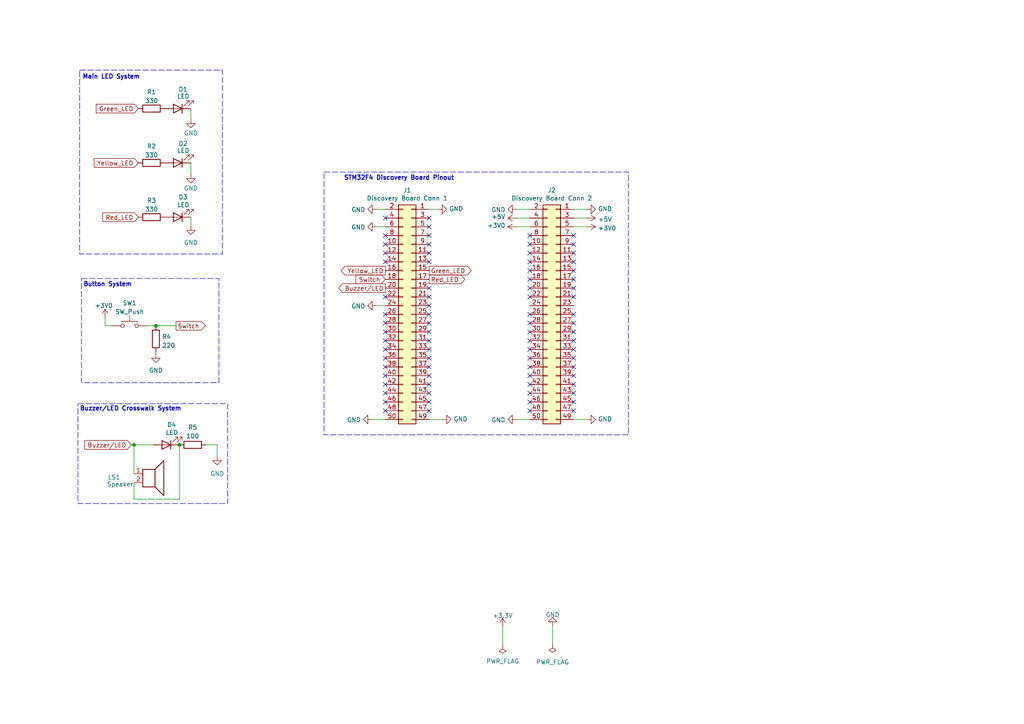
<source format=kicad_sch>
(kicad_sch (version 20230121) (generator eeschema)
  (paper "A4")
  (title_block (title "STM32F4 Pedestrian Interrupt Traffic Light Shield") (date "2023-06-02") (rev "1.0"))
  (lib_symbols
    (symbol "Connector_Generic:Conn_02x25_Odd_Even" (pin_names (offset 1.016) hide)
      (property "Reference" "J" (at 1.27 33.02 0))
      (property "Value" "Conn_02x25_Odd_Even" (at 1.27 -33.02 0))
      (symbol "Conn_02x25_Odd_Even_1_1"
        (rectangle (start -1.27 -30.353) (end 0 -30.607) (stroke (width 0.1524)))
        (rectangle (start -1.27 -27.813) (end 0 -28.067) (stroke (width 0.1524)))
        (rectangle (start -1.27 -25.273) (end 0 -25.527) (stroke (width 0.1524)))
        (rectangle (start -1.27 -22.733) (end 0 -22.987) (stroke (width 0.1524)))
        (rectangle (start -1.27 -20.193) (end 0 -20.447) (stroke (width 0.1524)))
        (rectangle (start -1.27 -17.653) (end 0 -17.907) (stroke (width 0.1524)))
        (rectangle (start -1.27 -15.113) (end 0 -15.367) (stroke (width 0.1524)))
        (rectangle (start -1.27 -12.573) (end 0 -12.827) (stroke (width 0.1524)))
        (rectangle (start -1.27 -10.033) (end 0 -10.287) (stroke (width 0.1524)))
        (rectangle (start -1.27 -7.493) (end 0 -7.747) (stroke (width 0.1524)))
        (rectangle (start -1.27 -4.953) (end 0 -5.207) (stroke (width 0.1524)))
        (rectangle (start -1.27 -2.413) (end 0 -2.667) (stroke (width 0.1524)))
        (rectangle (start -1.27 0.127) (end 0 -0.127) (stroke (width 0.1524)))
        (rectangle (start -1.27 2.667) (end 0 2.413) (stroke (width 0.1524)))
        (rectangle (start -1.27 5.207) (end 0 4.953) (stroke (width 0.1524)))
        (rectangle (start -1.27 7.747) (end 0 7.493) (stroke (width 0.1524)))
        (rectangle (start -1.27 10.287) (end 0 10.033) (stroke (width 0.1524)))
        (rectangle (start -1.27 12.827) (end 0 12.573) (stroke (width 0.1524)))
        (rectangle (start -1.27 15.367) (end 0 15.113) (stroke (width 0.1524)))
        (rectangle (start -1.27 17.907) (end 0 17.653) (stroke (width 0.1524)))
        (rectangle (start -1.27 20.447) (end 0 20.193) (stroke (width 0.1524)))
        (rectangle (start -1.27 22.987) (end 0 22.733) (stroke (width 0.1524)))
        (rectangle (start -1.27 25.527) (end 0 25.273) (stroke (width 0.1524)))
        (rectangle (start -1.27 28.067) (end 0 27.813) (stroke (width 0.1524)))
        (rectangle (start -1.27 30.607) (end 0 30.353) (stroke (width 0.1524)))
        (rectangle (start -1.27 31.75) (end 3.81 -31.75) (stroke (width 0.254)) (fill (type background)))
        (rectangle (start 3.81 -30.353) (end 2.54 -30.607) (stroke (width 0.1524)))
        (rectangle (start 3.81 -27.813) (end 2.54 -28.067) (stroke (width 0.1524)))
        (rectangle (start 3.81 -25.273) (end 2.54 -25.527) (stroke (width 0.1524)))
        (rectangle (start 3.81 -22.733) (end 2.54 -22.987) (stroke (width 0.1524)))
        (rectangle (start 3.81 -20.193) (end 2.54 -20.447) (stroke (width 0.1524)))
        (rectangle (start 3.81 -17.653) (end 2.54 -17.907) (stroke (width 0.1524)))
        (rectangle (start 3.81 -15.113) (end 2.54 -15.367) (stroke (width 0.1524)))
        (rectangle (start 3.81 -12.573) (end 2.54 -12.827) (stroke (width 0.1524)))
        (rectangle (start 3.81 -10.033) (end 2.54 -10.287) (stroke (width 0.1524)))
        (rectangle (start 3.81 -7.493) (end 2.54 -7.747) (stroke (width 0.1524)))
        (rectangle (start 3.81 -4.953) (end 2.54 -5.207) (stroke (width 0.1524)))
        (rectangle (start 3.81 -2.413) (end 2.54 -2.667) (stroke (width 0.1524)))
        (rectangle (start 3.81 0.127) (end 2.54 -0.127) (stroke (width 0.1524)))
        (rectangle (start 3.81 2.667) (end 2.54 2.413) (stroke (width 0.1524)))
        (rectangle (start 3.81 5.207) (end 2.54 4.953) (stroke (width 0.1524)))
        (rectangle (start 3.81 7.747) (end 2.54 7.493) (stroke (width 0.1524)))
        (rectangle (start 3.81 10.287) (end 2.54 10.033) (stroke (width 0.1524)))
        (rectangle (start 3.81 12.827) (end 2.54 12.573) (stroke (width 0.1524)))
        (rectangle (start 3.81 15.367) (end 2.54 15.113) (stroke (width 0.1524)))
        (rectangle (start 3.81 17.907) (end 2.54 17.653) (stroke (width 0.1524)))
        (rectangle (start 3.81 20.447) (end 2.54 20.193) (stroke (width 0.1524)))
        (rectangle (start 3.81 22.987) (end 2.54 22.733) (stroke (width 0.1524)))
        (rectangle (start 3.81 25.527) (end 2.54 25.273) (stroke (width 0.1524)))
        (rectangle (start 3.81 28.067) (end 2.54 27.813) (stroke (width 0.1524)))
        (rectangle (start 3.81 30.607) (end 2.54 30.353) (stroke (width 0.1524)))
        (pin passive line (at -5.08 30.48 0) (length 3.81) (name "Pin_1") (number "1"))
        (pin passive line (at 7.62 20.32 180) (length 3.81) (name "Pin_10") (number "10"))
        (pin passive line (at -5.08 17.78 0) (length 3.81) (name "Pin_11") (number "11"))
        (pin passive line (at 7.62 17.78 180) (length 3.81) (name "Pin_12") (number "12"))
        (pin passive line (at -5.08 15.24 0) (length 3.81) (name "Pin_13") (number "13"))
        (pin passive line (at 7.62 15.24 180) (length 3.81) (name "Pin_14") (number "14"))
        (pin passive line (at -5.08 12.7 0) (length 3.81) (name "Pin_15") (number "15"))
        (pin passive line (at 7.62 12.7 180) (length 3.81) (name "Pin_16") (number "16"))
        (pin passive line (at -5.08 10.16 0) (length 3.81) (name "Pin_17") (number "17"))
        (pin passive line (at 7.62 10.16 180) (length 3.81) (name "Pin_18") (number "18"))
        (pin passive line (at -5.08 7.62 0) (length 3.81) (name "Pin_19") (number "19"))
        (pin passive line (at 7.62 30.48 180) (length 3.81) (name "Pin_2") (number "2"))
        (pin passive line (at 7.62 7.62 180) (length 3.81) (name "Pin_20") (number "20"))
        (pin passive line (at -5.08 5.08 0) (length 3.81) (name "Pin_21") (number "21"))
        (pin passive line (at 7.62 5.08 180) (length 3.81) (name "Pin_22") (number "22"))
        (pin passive line (at -5.08 2.54 0) (length 3.81) (name "Pin_23") (number "23"))
        (pin passive line (at 7.62 2.54 180) (length 3.81) (name "Pin_24") (number "24"))
        (pin passive line (at -5.08 0 0) (length 3.81) (name "Pin_25") (number "25"))
        (pin passive line (at 7.62 0 180) (length 3.81) (name "Pin_26") (number "26"))
        (pin passive line (at -5.08 -2.54 0) (length 3.81) (name "Pin_27") (number "27"))
        (pin passive line (at 7.62 -2.54 180) (length 3.81) (name "Pin_28") (number "28"))
        (pin passive line (at -5.08 -5.08 0) (length 3.81) (name "Pin_29") (number "29"))
        (pin passive line (at -5.08 27.94 0) (length 3.81) (name "Pin_3") (number "3"))
        (pin passive line (at 7.62 -5.08 180) (length 3.81) (name "Pin_30") (number "30"))
        (pin passive line (at -5.08 -7.62 0) (length 3.81) (name "Pin_31") (number "31"))
        (pin passive line (at 7.62 -7.62 180) (length 3.81) (name "Pin_32") (number "32"))
        (pin passive line (at -5.08 -10.16 0) (length 3.81) (name "Pin_33") (number "33"))
        (pin passive line (at 7.62 -10.16 180) (length 3.81) (name "Pin_34") (number "34"))
        (pin passive line (at -5.08 -12.7 0) (length 3.81) (name "Pin_35") (number "35"))
        (pin passive line (at 7.62 -12.7 180) (length 3.81) (name "Pin_36") (number "36"))
        (pin passive line (at -5.08 -15.24 0) (length 3.81) (name "Pin_37") (number "37"))
        (pin passive line (at 7.62 -15.24 180) (length 3.81) (name "Pin_38") (number "38"))
        (pin passive line (at -5.08 -17.78 0) (length 3.81) (name "Pin_39") (number "39"))
        (pin passive line (at 7.62 27.94 180) (length 3.81) (name "Pin_4") (number "4"))
        (pin passive line (at 7.62 -17.78 180) (length 3.81) (name "Pin_40") (number "40"))
        (pin passive line (at -5.08 -20.32 0) (length 3.81) (name "Pin_41") (number "41"))
        (pin passive line (at 7.62 -20.32 180) (length 3.81) (name "Pin_42") (number "42"))
        (pin passive line (at -5.08 -22.86 0) (length 3.81) (name "Pin_43") (number "43"))
        (pin passive line (at 7.62 -22.86 180) (length 3.81) (name "Pin_44") (number "44"))
        (pin passive line (at -5.08 -25.4 0) (length 3.81) (name "Pin_45") (number "45"))
        (pin passive line (at 7.62 -25.4 180) (length 3.81) (name "Pin_46") (number "46"))
        (pin passive line (at -5.08 -27.94 0) (length 3.81) (name "Pin_47") (number "47"))
        (pin passive line (at 7.62 -27.94 180) (length 3.81) (name "Pin_48") (number "48"))
        (pin passive line (at -5.08 -30.48 0) (length 3.81) (name "Pin_49") (number "49"))
        (pin passive line (at -5.08 25.4 0) (length 3.81) (name "Pin_5") (number "5"))
        (pin passive line (at 7.62 -30.48 180) (length 3.81) (name "Pin_50") (number "50"))
        (pin passive line (at 7.62 25.4 180) (length 3.81) (name "Pin_6") (number "6"))
        (pin passive line (at -5.08 22.86 0) (length 3.81) (name "Pin_7") (number "7"))
        (pin passive line (at 7.62 22.86 180) (length 3.81) (name "Pin_8") (number "8"))
        (pin passive line (at -5.08 20.32 0) (length 3.81) (name "Pin_9") (number "9"))
      )
    )
    (symbol "Device:LED" (pin_numbers hide) (pin_names (offset 1.016) hide)
      (property "Reference" "D" (at 0 2.54 0))
      (property "Value" "LED" (at 0 -2.54 0))
      (symbol "LED_0_1"
        (polyline (pts (xy -1.27 -1.27) (xy -1.27 1.27)) (stroke (width 0.254)))
        (polyline (pts (xy -1.27 0) (xy 1.27 0)))
        (polyline (pts (xy 1.27 -1.27) (xy 1.27 1.27) (xy -1.27 0) (xy 1.27 -1.27)) (stroke (width 0.254)))
        (polyline (pts (xy -3.048 -0.762) (xy -4.572 -2.286) (xy -3.81 -2.286) (xy -4.572 -2.286) (xy -4.572 -1.524)))
        (polyline (pts (xy -1.778 -0.762) (xy -3.302 -2.286) (xy -2.54 -2.286) (xy -3.302 -2.286) (xy -3.302 -1.524)))
      )
      (symbol "LED_1_1"
        (pin passive line (at -3.81 0 0) (length 2.54) (name "K") (number "1"))
        (pin passive line (at 3.81 0 180) (length 2.54) (name "A") (number "2"))
      )
    )
    (symbol "Device:R" (pin_numbers hide) (pin_names (offset 0))
      (property "Reference" "R" (at 2.032 0 90))
      (property "Value" "R" (at 0 0 90))
      (symbol "R_0_1"
        (rectangle (start -1.016 -2.54) (end 1.016 2.54) (stroke (width 0.254)))
      )
      (symbol "R_1_1"
        (pin passive line (at 0 3.81 270) (length 1.27) (name "~") (number "1"))
        (pin passive line (at 0 -3.81 90) (length 1.27) (name "~") (number "2"))
      )
    )
    (symbol "Device:Speaker" (pin_names (offset 0) hide)
      (property "Reference" "LS" (at 1.27 5.715 0))
      (property "Value" "Speaker" (at 1.27 3.81 0))
      (symbol "Speaker_0_0"
        (rectangle (start -2.54 1.27) (end 1.016 -3.81) (stroke (width 0.254)))
        (polyline (pts (xy 1.016 1.27) (xy 3.556 3.81) (xy 3.556 -6.35) (xy 1.016 -3.81)) (stroke (width 0.254)))
      )
      (symbol "Speaker_1_1"
        (pin input line (at -5.08 0 0) (length 2.54) (name "1") (number "1"))
        (pin input line (at -5.08 -2.54 0) (length 2.54) (name "2") (number "2"))
      )
    )
    (symbol "Switch:SW_Push" (pin_numbers hide) (pin_names (offset 1.016) hide)
      (property "Reference" "SW" (at 1.27 2.54 0))
      (property "Value" "SW_Push" (at 0 -1.524 0))
      (symbol "SW_Push_0_1"
        (circle (center -2.032 0) (radius 0.508))
        (polyline (pts (xy 0 1.27) (xy 0 3.048)))
        (polyline (pts (xy 2.54 1.27) (xy -2.54 1.27)))
        (circle (center 2.032 0) (radius 0.508))
        (pin passive line (at -5.08 0 0) (length 2.54) (name "1") (number "1"))
        (pin passive line (at 5.08 0 180) (length 2.54) (name "2") (number "2"))
      )
    )
    (symbol "power:+3.3V" (power) (pin_names (offset 0))
      (property "Value" "+3.3V" (at 0 3.556 0))
      (symbol "+3.3V_0_1"
        (polyline (pts (xy -0.762 1.27) (xy 0 2.54)))
        (polyline (pts (xy 0 0) (xy 0 2.54)))
        (polyline (pts (xy 0 2.54) (xy 0.762 1.27)))
      )
      (symbol "+3.3V_1_1"
        (pin power_in line (at 0 0 90) (length 0) hide (name "+3.3V") (number "1"))
      )
    )
    (symbol "power:+3V0" (power) (pin_names (offset 0))
      (property "Value" "+3V0" (at 0 3.556 0))
      (symbol "+3V0_0_1"
        (polyline (pts (xy -0.762 1.27) (xy 0 2.54)))
        (polyline (pts (xy 0 0) (xy 0 2.54)))
        (polyline (pts (xy 0 2.54) (xy 0.762 1.27)))
      )
      (symbol "+3V0_1_1"
        (pin power_in line (at 0 0 90) (length 0) hide (name "+3V0") (number "1"))
      )
    )
    (symbol "power:+5V" (power) (pin_names (offset 0))
      (property "Value" "+5V" (at 0 3.556 0))
      (symbol "+5V_0_1"
        (polyline (pts (xy -0.762 1.27) (xy 0 2.54)))
        (polyline (pts (xy 0 0) (xy 0 2.54)))
        (polyline (pts (xy 0 2.54) (xy 0.762 1.27)))
      )
      (symbol "+5V_1_1"
        (pin power_in line (at 0 0 90) (length 0) hide (name "+5V") (number "1"))
      )
    )
    (symbol "power:GND" (power) (pin_names (offset 0))
      (property "Value" "GND" (at 0 -3.81 0))
      (symbol "GND_0_1"
        (polyline (pts (xy 0 0) (xy 0 -1.27) (xy 1.27 -1.27) (xy 0 -2.54) (xy -1.27 -1.27) (xy 0 -1.27)))
      )
      (symbol "GND_1_1"
        (pin power_in line (at 0 0 270) (length 0) hide (name "GND") (number "1"))
      )
    )
    (symbol "power:PWR_FLAG" (power) (pin_numbers hide) (pin_names (offset 0) hide)
      (property "Value" "PWR_FLAG" (at 0 3.81 0))
      (symbol "PWR_FLAG_0_0"
        (pin power_out line (at 0 0 90) (length 0) (name "pwr") (number "1"))
      )
      (symbol "PWR_FLAG_0_1"
        (polyline (pts (xy 0 0) (xy 0 1.27) (xy -1.016 1.905) (xy 0 2.54) (xy 1.016 1.905) (xy 0 1.27)))
      )
    )
  )
  (junction (at 45.212 94.488))
  (junction (at 52.07 129.032))
  (junction (at 38.862 129.032))
  (no_connect (at 111.76 73.406))
  (no_connect (at 111.76 86.106))
  (no_connect (at 111.76 108.966))
  (no_connect (at 166.37 106.426))
  (no_connect (at 111.76 96.266))
  (no_connect (at 111.76 111.506))
  (no_connect (at 124.46 63.246))
  (no_connect (at 153.67 68.326))
  (no_connect (at 111.76 106.426))
  (no_connect (at 111.76 70.866))
  (no_connect (at 153.67 111.506))
  (no_connect (at 111.76 63.246))
  (no_connect (at 166.37 70.866))
  (no_connect (at 124.46 101.346))
  (no_connect (at 166.37 114.046))
  (no_connect (at 166.37 73.406))
  (no_connect (at 153.67 81.026))
  (no_connect (at 153.67 86.106))
  (no_connect (at 166.37 83.566))
  (no_connect (at 166.37 103.886))
  (no_connect (at 124.46 111.506))
  (no_connect (at 111.76 91.186))
  (no_connect (at 166.37 111.506))
  (no_connect (at 124.46 86.106))
  (no_connect (at 111.76 119.126))
  (no_connect (at 124.46 114.046))
  (no_connect (at 166.37 101.346))
  (no_connect (at 153.67 106.426))
  (no_connect (at 166.37 91.186))
  (no_connect (at 124.46 106.426))
  (no_connect (at 166.37 75.946))
  (no_connect (at 124.46 116.586))
  (no_connect (at 111.76 98.806))
  (no_connect (at 124.46 98.806))
  (no_connect (at 153.67 83.566))
  (no_connect (at 111.76 114.046))
  (no_connect (at 153.67 101.346))
  (no_connect (at 111.76 101.346))
  (no_connect (at 124.46 83.566))
  (no_connect (at 153.67 73.406))
  (no_connect (at 111.76 93.726))
  (no_connect (at 124.46 75.946))
  (no_connect (at 153.67 96.266))
  (no_connect (at 124.46 65.786))
  (no_connect (at 153.67 78.486))
  (no_connect (at 166.37 96.266))
  (no_connect (at 153.67 116.586))
  (no_connect (at 153.67 70.866))
  (no_connect (at 124.46 119.126))
  (no_connect (at 124.46 70.866))
  (no_connect (at 153.67 91.186))
  (no_connect (at 153.67 103.886))
  (no_connect (at 166.37 119.126))
  (no_connect (at 124.46 88.646))
  (no_connect (at 166.37 108.966))
  (no_connect (at 111.76 68.326))
  (no_connect (at 153.67 114.046))
  (no_connect (at 153.67 93.726))
  (no_connect (at 166.37 78.486))
  (no_connect (at 166.37 81.026))
  (no_connect (at 166.37 98.806))
  (no_connect (at 124.46 103.886))
  (no_connect (at 166.37 116.586))
  (no_connect (at 153.67 119.126))
  (no_connect (at 166.37 68.326))
  (no_connect (at 153.67 75.946))
  (no_connect (at 153.67 108.966))
  (no_connect (at 153.67 98.806))
  (no_connect (at 166.37 86.106))
  (no_connect (at 111.76 116.586))
  (no_connect (at 124.46 108.966))
  (no_connect (at 111.76 103.886))
  (no_connect (at 124.46 91.186))
  (no_connect (at 124.46 96.266))
  (no_connect (at 111.76 75.946))
  (no_connect (at 124.46 68.326))
  (no_connect (at 166.37 93.726))
  (no_connect (at 124.46 73.406))
  (no_connect (at 124.46 93.726))
  (wire (pts (xy 45.212 102.616) (xy 45.212 102.108)))
  (wire (pts (xy 160.274 181.61) (xy 160.274 186.69)))
  (wire (pts (xy 30.48 92.202) (xy 30.48 94.488)))
  (wire (pts (xy 30.48 94.488) (xy 32.512 94.488)))
  (wire (pts (xy 109.22 65.786) (xy 111.76 65.786)))
  (wire (pts (xy 109.22 60.706) (xy 111.76 60.706)))
  (wire (pts (xy 45.212 94.488) (xy 51.054 94.488)))
  (wire (pts (xy 44.45 129.032) (xy 38.862 129.032)))
  (wire (pts (xy 38.862 144.78) (xy 52.07 144.78)))
  (wire (pts (xy 166.37 60.706) (xy 170.18 60.706)))
  (wire (pts (xy 166.37 121.666) (xy 170.18 121.666)))
  (wire (pts (xy 38.862 129.032) (xy 38.1 129.032)))
  (wire (pts (xy 145.796 181.864) (xy 145.796 186.944)))
  (wire (pts (xy 38.862 139.954) (xy 38.862 144.78)))
  (wire (pts (xy 128.27 121.666) (xy 124.46 121.666)))
  (wire (pts (xy 55.372 50.546) (xy 55.372 47.244)))
  (wire (pts (xy 62.992 129.032) (xy 59.69 129.032)))
  (wire (pts (xy 166.37 65.786) (xy 170.18 65.786)))
  (wire (pts (xy 38.862 129.032) (xy 38.862 137.414)))
  (wire (pts (xy 127 60.706) (xy 124.46 60.706)))
  (wire (pts (xy 149.86 63.246) (xy 153.67 63.246)))
  (wire (pts (xy 149.86 121.666) (xy 153.67 121.666)))
  (wire (pts (xy 109.22 88.646) (xy 111.76 88.646)))
  (wire (pts (xy 52.07 144.78) (xy 52.07 129.032)))
  (wire (pts (xy 166.37 63.246) (xy 170.18 63.246)))
  (wire (pts (xy 62.992 132.334) (xy 62.992 129.032)))
  (wire (pts (xy 149.86 65.786) (xy 153.67 65.786)))
  (wire (pts (xy 55.372 65.532) (xy 55.372 62.992)))
  (wire (pts (xy 55.372 34.544) (xy 55.372 31.496)))
  (wire (pts (xy 42.672 94.488) (xy 45.212 94.488)))
  (wire (pts (xy 107.95 121.666) (xy 111.76 121.666)))
  (wire (pts (xy 149.86 60.706) (xy 153.67 60.706)))
  (rectangle (start 23.622 80.772) (end 63.5 110.998) (stroke (width 0) (type dash)))
  (rectangle (start 93.98 49.911) (end 182.245 126.111) (stroke (width 0) (type dash)))
  (rectangle (start 22.606 117.094) (end 66.04 146.05) (stroke (width 0) (type dash)))
  (rectangle (start 23.114 20.32) (end 64.516 73.66) (stroke (width 0) (type dash)))
  (text "Main LED System" (at 23.876 23.114 0) (effects (font (size 1.27 1.27) (thickness 0.254) bold) (justify left bottom)))
  (text "Buzzer/LED Crosswalk System\n\n" (at 23.114 121.412 0) (effects (font (size 1.27 1.27) (thickness 0.254) bold) (justify left bottom)))
  (text "Button System\n" (at 24.13 83.312 0) (effects (font (size 1.27 1.27) (thickness 0.254) bold) (justify left bottom)))
  (text "STM32F4 Discovery Board Pinout" (at 99.695 52.451 0) (effects (font (size 1.27 1.27) (thickness 0.254) bold) (justify left bottom)))
  (global_label "Buzzer{slash}LED" (shape input) (at 38.1 129.032 180) (property "Intersheetrefs" "${INTERSHEET_REFS}" (effects hide)))
  (global_label "Yellow_LED" (shape input) (at 40.132 47.244 180) (property "Intersheetrefs" "${INTERSHEET_REFS}" (effects hide)))
  (global_label "Red_LED" (shape input) (at 40.132 62.992 180) (property "Intersheetrefs" "${INTERSHEET_REFS}" (effects hide)))
  (global_label "Green_LED" (shape input) (at 40.132 31.496 180) (property "Intersheetrefs" "${INTERSHEET_REFS}" (effects hide)))
  (global_label "Green_LED" (shape output) (at 124.46 78.486 0) (property "Intersheetrefs" "${INTERSHEET_REFS}" (effects hide)))
  (global_label "Switch" (shape output) (at 51.054 94.488 0) (property "Intersheetrefs" "${INTERSHEET_REFS}" (effects hide)))
  (global_label "Red_LED" (shape output) (at 124.46 81.026 0) (property "Intersheetrefs" "${INTERSHEET_REFS}" (effects hide)))
  (global_label "Buzzer{slash}LED" (shape output) (at 111.76 83.566 180) (property "Intersheetrefs" "${INTERSHEET_REFS}" (effects hide)))
  (global_label "Yellow_LED" (shape output) (at 111.76 78.486 180) (property "Intersheetrefs" "${INTERSHEET_REFS}" (effects hide)))
  (global_label "Switch" (shape input) (at 111.76 81.026 180) (property "Intersheetrefs" "${INTERSHEET_REFS}" (effects hide)))
  (symbol (lib_id "Device:R") (at 45.212 98.298 0) (unit 1)
    (property "Reference" "R4" (at 46.99 97.663 0) (effects (justify left)))
    (property "Value" "220" (at 46.99 100.203 0) (effects (justify left)))
    (property "Footprint" "Resistor_THT:R_Axial_DIN0207_L6.3mm_D2.5mm_P10.16mm_Horizontal" (effects hide))
  )
  (symbol (lib_id "Device:LED") (at 48.26 129.032 180) (unit 1)
    (property "Reference" "D4" (at 49.784 123.19 0))
    (property "Value" "LED" (at 49.8475 125.476 0))
    (property "Footprint" "LED_THT:LED_D5.0mm_Clear" (effects hide))
  )
  (symbol (lib_id "power:GND") (at 55.372 34.544 0) (unit 1)
    (property "Reference" "#PWR016" (effects hide))
    (property "Value" "GND" (at 55.372 38.608 0))
  )
  (symbol (lib_id "power:+5V") (at 170.18 63.246 270) (unit 1)
    (property "Reference" "#PWR011" (effects hide))
    (property "Value" "+5V" (at 173.4312 63.627 90) (effects (justify left)))
  )
  (symbol (lib_id "Device:LED") (at 51.562 62.992 180) (unit 1)
    (property "Reference" "D3" (at 53.086 57.15 0))
    (property "Value" "LED" (at 53.1495 59.436 0))
    (property "Footprint" "LED_THT:LED_D5.0mm_Clear" (effects hide))
  )
  (symbol (lib_id "power:GND") (at 55.372 65.532 0) (unit 1)
    (property "Reference" "#PWR014" (effects hide))
    (property "Value" "GND" (at 55.372 70.358 0))
  )
  (symbol (lib_id "power:GND") (at 109.22 88.646 270) (unit 1)
    (property "Reference" "#PWR021" (effects hide))
    (property "Value" "GND" (at 105.9688 88.773 90) (effects (justify right)))
  )
  (symbol (lib_id "power:GND") (at 160.274 181.61 180) (unit 1)
    (property "Reference" "#PWR022" (effects hide))
    (property "Value" "GND" (at 160.274 178.308 0))
  )
  (symbol (lib_id "Connector_Generic:Conn_02x25_Odd_Even") (at 119.38 91.186 0) (mirror y) (unit 1)
    (property "Reference" "J1" (at 118.11 55.1942 0))
    (property "Value" "Discovery Board Conn 1" (at 118.11 57.5056 0))
    (property "Footprint" "Connector_PinSocket_2.54mm:PinSocket_2x25_P2.54mm_Vertical" (effects hide))
  )
  (symbol (lib_id "power:+3.3V") (at 145.796 181.864 0) (unit 1)
    (property "Reference" "#PWR020" (effects hide))
    (property "Value" "+3.3V" (at 145.796 178.562 0))
  )
  (symbol (lib_id "power:GND") (at 45.212 102.616 0) (unit 1)
    (property "Reference" "#PWR017" (effects hide))
    (property "Value" "GND" (at 45.212 107.442 0))
  )
  (symbol (lib_id "power:GND") (at 170.18 60.706 90) (unit 1)
    (property "Reference" "#PWR010" (effects hide))
    (property "Value" "GND" (at 173.4312 60.579 90) (effects (justify right)))
  )
  (symbol (lib_id "power:GND") (at 149.86 60.706 270) (unit 1)
    (property "Reference" "#PWR06" (effects hide))
    (property "Value" "GND" (at 146.6088 60.833 90) (effects (justify right)))
  )
  (symbol (lib_id "power:GND") (at 109.22 65.786 270) (unit 1)
    (property "Reference" "#PWR03" (effects hide))
    (property "Value" "GND" (at 105.9688 65.913 90) (effects (justify right)))
  )
  (symbol (lib_id "Device:R") (at 43.942 47.244 90) (unit 1)
    (property "Reference" "R2" (at 43.942 42.418 90))
    (property "Value" "330" (at 43.942 44.958 90))
    (property "Footprint" "Resistor_THT:R_Axial_DIN0207_L6.3mm_D2.5mm_P10.16mm_Horizontal" (effects hide))
  )
  (symbol (lib_id "power:GND") (at 127 60.706 90) (unit 1)
    (property "Reference" "#PWR04" (effects hide))
    (property "Value" "GND" (at 130.2512 60.579 90) (effects (justify right)))
  )
  (symbol (lib_id "power:GND") (at 128.27 121.666 90) (unit 1)
    (property "Reference" "#PWR05" (effects hide))
    (property "Value" "GND" (at 131.5212 121.539 90) (effects (justify right)))
  )
  (symbol (lib_id "power:GND") (at 107.95 121.666 270) (unit 1)
    (property "Reference" "#PWR01" (effects hide))
    (property "Value" "GND" (at 104.6988 121.793 90) (effects (justify right)))
  )
  (symbol (lib_id "Device:LED") (at 51.562 31.496 180) (unit 1)
    (property "Reference" "D1" (at 53.086 25.908 0))
    (property "Value" "LED" (at 53.1495 27.94 0))
    (property "Footprint" "LED_THT:LED_D5.0mm_Clear" (effects hide))
  )
  (symbol (lib_id "Device:R") (at 55.88 129.032 90) (unit 1)
    (property "Reference" "R5" (at 55.88 123.952 90))
    (property "Value" "100" (at 55.88 126.492 90))
    (property "Footprint" "Resistor_THT:R_Axial_DIN0207_L6.3mm_D2.5mm_P10.16mm_Horizontal" (effects hide))
  )
  (symbol (lib_id "Device:R") (at 43.942 62.992 90) (unit 1)
    (property "Reference" "R3" (at 43.942 58.166 90))
    (property "Value" "330" (at 43.942 60.706 90))
    (property "Footprint" "Resistor_THT:R_Axial_DIN0207_L6.3mm_D2.5mm_P10.16mm_Horizontal" (effects hide))
  )
  (symbol (lib_id "Device:R") (at 43.942 31.496 90) (unit 1)
    (property "Reference" "R1" (at 43.942 26.67 90))
    (property "Value" "330" (at 43.942 29.21 90))
    (property "Footprint" "Resistor_THT:R_Axial_DIN0207_L6.3mm_D2.5mm_P10.16mm_Horizontal" (effects hide))
  )
  (symbol (lib_id "power:+5V") (at 149.86 63.246 90) (unit 1)
    (property "Reference" "#PWR07" (effects hide))
    (property "Value" "+5V" (at 146.6088 62.865 90) (effects (justify left)))
  )
  (symbol (lib_id "Device:LED") (at 51.562 47.244 180) (unit 1)
    (property "Reference" "D2" (at 53.086 41.656 0))
    (property "Value" "LED" (at 53.1495 43.688 0))
    (property "Footprint" "LED_THT:LED_D5.0mm_Clear" (effects hide))
  )
  (symbol (lib_id "Device:Speaker") (at 43.942 137.414 0) (unit 1)
    (property "Reference" "LS1" (at 31.242 138.43 0) (effects (justify left)))
    (property "Value" "Speaker" (at 30.988 140.462 0) (effects (justify left)))
    (property "Footprint" "Buzzer_Beeper:Buzzer_12x9.5RM7.6" (effects hide))
  )
  (symbol (lib_id "power:GND") (at 109.22 60.706 270) (unit 1)
    (property "Reference" "#PWR02" (effects hide))
    (property "Value" "GND" (at 105.9688 60.833 90) (effects (justify right)))
  )
  (symbol (lib_id "power:+3V0") (at 149.86 65.786 90) (unit 1)
    (property "Reference" "#PWR08" (effects hide))
    (property "Value" "+3.3V" (at 146.6088 65.405 90) (effects (justify left)))
  )
  (symbol (lib_id "power:GND") (at 62.992 132.334 0) (unit 1)
    (property "Reference" "#PWR019" (effects hide))
    (property "Value" "GND" (at 62.992 137.414 0))
  )
  (symbol (lib_id "power:GND") (at 149.86 121.666 270) (unit 1)
    (property "Reference" "#PWR09" (effects hide))
    (property "Value" "GND" (at 146.6088 121.793 90) (effects (justify right)))
  )
  (symbol (lib_id "power:GND") (at 55.372 50.546 0) (unit 1)
    (property "Reference" "#PWR015" (effects hide))
    (property "Value" "GND" (at 55.372 54.61 0))
  )
  (symbol (lib_id "power:PWR_FLAG") (at 160.274 186.69 180) (unit 1)
    (property "Reference" "#FLG02" (effects hide))
    (property "Value" "PWR_FLAG" (at 160.274 192.024 0))
  )
  (symbol (lib_id "power:GND") (at 170.18 121.666 90) (unit 1)
    (property "Reference" "#PWR013" (effects hide))
    (property "Value" "GND" (at 173.4312 121.539 90) (effects (justify right)))
  )
  (symbol (lib_id "Switch:SW_Push") (at 37.592 94.488 0) (unit 1)
    (property "Reference" "SW1" (at 37.592 87.884 0))
    (property "Value" "SW_Push" (at 37.592 90.424 0))
    (property "Footprint" "Button_Switch_THT:SW_PUSH_6mm" (effects hide))
  )
  (symbol (lib_id "Connector_Generic:Conn_02x25_Odd_Even") (at 161.29 91.186 0) (mirror y) (unit 1)
    (property "Reference" "J2" (at 160.02 55.1942 0))
    (property "Value" "Discovery Board Conn 2" (at 160.02 57.5056 0))
    (property "Footprint" "Connector_PinSocket_2.54mm:PinSocket_2x25_P2.54mm_Vertical" (effects hide))
  )
  (symbol (lib_id "power:PWR_FLAG") (at 145.796 186.944 180) (unit 1)
    (property "Reference" "#FLG01" (effects hide))
    (property "Value" "PWR_FLAG" (at 145.796 191.77 0))
  )
  (symbol (lib_id "power:+3V0") (at 30.48 92.202 0) (unit 1)
    (property "Reference" "#PWR018" (effects hide))
    (property "Value" "+3.3V" (at 27.432 88.646 0) (effects (justify left)))
  )
  (symbol (lib_id "power:+3V0") (at 170.18 65.786 270) (unit 1)
    (property "Reference" "#PWR012" (effects hide))
    (property "Value" "+3.3V" (at 173.4312 66.167 90) (effects (justify left)))
  )
)
</source>
